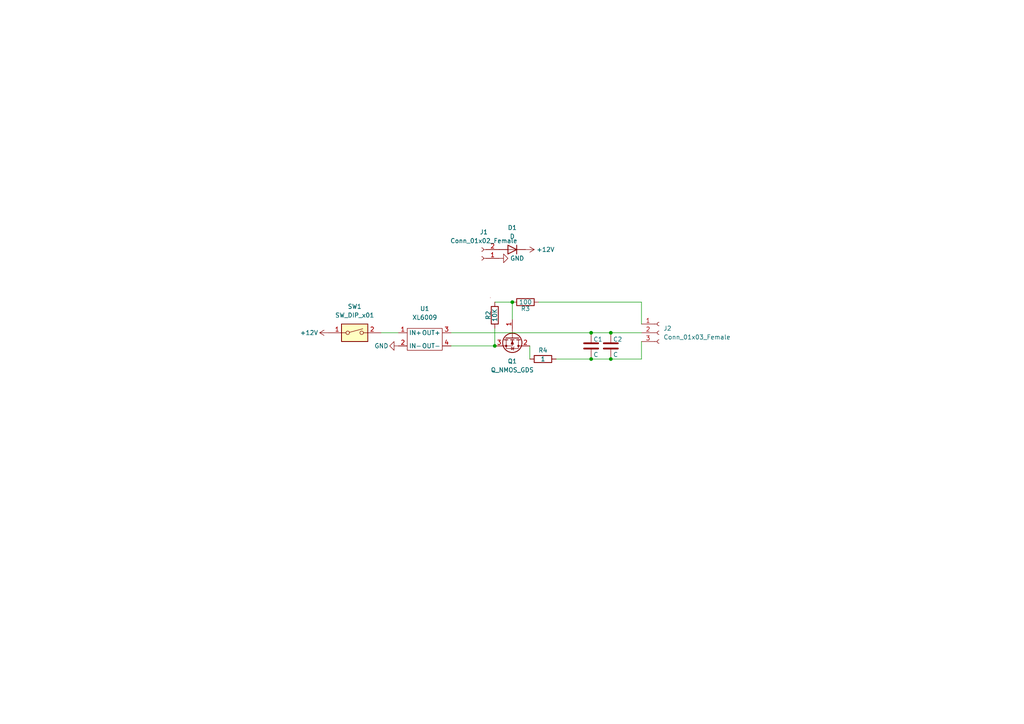
<source format=kicad_sch>
(kicad_sch (version 20211123) (generator eeschema)
  (paper "A4")
  (lib_symbols
    (symbol "Connector:Conn_01x02_Female" (pin_names (offset 1.016) hide)
      (property "Reference" "J" (at 0 2.54 0))
      (property "Value" "Conn_01x02_Female" (at 0 -5.08 0))
      (symbol "Conn_01x02_Female_1_1"
        (arc (start 0 -2.032) (mid -0.508 -2.54) (end 0 -3.048) (stroke (width 0.1524)))
        (polyline (pts (xy -1.27 -2.54) (xy -0.508 -2.54)) (stroke (width 0.1524)))
        (polyline (pts (xy -1.27 0) (xy -0.508 0)) (stroke (width 0.1524)))
        (arc (start 0 0.508) (mid -0.508 0) (end 0 -0.508) (stroke (width 0.1524)))
        (pin passive line (at -5.08 0 0) (length 3.81) (name "Pin_1") (number "1"))
        (pin passive line (at -5.08 -2.54 0) (length 3.81) (name "Pin_2") (number "2"))
      )
    )
    (symbol "Connector:Conn_01x03_Female" (pin_names (offset 1.016) hide)
      (property "Reference" "J" (at 0 5.08 0))
      (property "Value" "Conn_01x03_Female" (at 0 -5.08 0))
      (symbol "Conn_01x03_Female_1_1"
        (arc (start 0 -2.032) (mid -0.508 -2.54) (end 0 -3.048) (stroke (width 0.1524)))
        (polyline (pts (xy -1.27 -2.54) (xy -0.508 -2.54)) (stroke (width 0.1524)))
        (polyline (pts (xy -1.27 0) (xy -0.508 0)) (stroke (width 0.1524)))
        (polyline (pts (xy -1.27 2.54) (xy -0.508 2.54)) (stroke (width 0.1524)))
        (arc (start 0 0.508) (mid -0.508 0) (end 0 -0.508) (stroke (width 0.1524)))
        (arc (start 0 3.048) (mid -0.508 2.54) (end 0 2.032) (stroke (width 0.1524)))
        (pin passive line (at -5.08 2.54 0) (length 3.81) (name "Pin_1") (number "1"))
        (pin passive line (at -5.08 0 0) (length 3.81) (name "Pin_2") (number "2"))
        (pin passive line (at -5.08 -2.54 0) (length 3.81) (name "Pin_3") (number "3"))
      )
    )
    (symbol "Device:C" (pin_numbers hide) (pin_names (offset 0.254))
      (property "Reference" "C" (at 0.635 2.54 0))
      (property "Value" "C" (at 0.635 -2.54 0))
      (symbol "C_0_1"
        (polyline (pts (xy -2.032 -0.762) (xy 2.032 -0.762)) (stroke (width 0.508)))
        (polyline (pts (xy -2.032 0.762) (xy 2.032 0.762)) (stroke (width 0.508)))
      )
      (symbol "C_1_1"
        (pin passive line (at 0 3.81 270) (length 2.794) (name "~") (number "1"))
        (pin passive line (at 0 -3.81 90) (length 2.794) (name "~") (number "2"))
      )
    )
    (symbol "Device:D" (pin_numbers hide) (pin_names (offset 1.016) hide)
      (property "Reference" "D" (at 0 2.54 0))
      (property "Value" "D" (at 0 -2.54 0))
      (symbol "D_0_1"
        (polyline (pts (xy -1.27 1.27) (xy -1.27 -1.27)) (stroke (width 0.254)))
        (polyline (pts (xy 1.27 0) (xy -1.27 0)))
        (polyline (pts (xy 1.27 1.27) (xy 1.27 -1.27) (xy -1.27 0) (xy 1.27 1.27)) (stroke (width 0.254)))
      )
      (symbol "D_1_1"
        (pin passive line (at -3.81 0 0) (length 2.54) (name "K") (number "1"))
        (pin passive line (at 3.81 0 180) (length 2.54) (name "A") (number "2"))
      )
    )
    (symbol "Device:Q_NMOS_GDS" (pin_names (offset 0) hide)
      (property "Reference" "Q" (at 5.08 1.27 0))
      (property "Value" "Q_NMOS_GDS" (at 5.08 -1.27 0))
      (symbol "Q_NMOS_GDS_0_1"
        (polyline (pts (xy 0.254 0) (xy -2.54 0)))
        (polyline (pts (xy 0.254 1.905) (xy 0.254 -1.905)) (stroke (width 0.254)))
        (polyline (pts (xy 0.762 -1.27) (xy 0.762 -2.286)) (stroke (width 0.254)))
        (polyline (pts (xy 0.762 0.508) (xy 0.762 -0.508)) (stroke (width 0.254)))
        (polyline (pts (xy 0.762 2.286) (xy 0.762 1.27)) (stroke (width 0.254)))
        (polyline (pts (xy 2.54 2.54) (xy 2.54 1.778)))
        (polyline (pts (xy 2.54 -2.54) (xy 2.54 0) (xy 0.762 0)))
        (polyline (pts (xy 0.762 -1.778) (xy 3.302 -1.778) (xy 3.302 1.778) (xy 0.762 1.778)))
        (polyline (pts (xy 1.016 0) (xy 2.032 0.381) (xy 2.032 -0.381) (xy 1.016 0)) (fill (type outline)))
        (polyline (pts (xy 2.794 0.508) (xy 2.921 0.381) (xy 3.683 0.381) (xy 3.81 0.254)))
        (polyline (pts (xy 3.302 0.381) (xy 2.921 -0.254) (xy 3.683 -0.254) (xy 3.302 0.381)))
        (circle (center 1.651 0) (radius 2.794) (stroke (width 0.254)))
        (circle (center 2.54 -1.778) (radius 0.254) (fill (type outline)))
        (circle (center 2.54 1.778) (radius 0.254) (fill (type outline)))
      )
      (symbol "Q_NMOS_GDS_1_1"
        (pin input line (at -5.08 0 0) (length 2.54) (name "G") (number "1"))
        (pin passive line (at 2.54 5.08 270) (length 2.54) (name "D") (number "2"))
        (pin passive line (at 2.54 -5.08 90) (length 2.54) (name "S") (number "3"))
      )
    )
    (symbol "Device:R" (pin_numbers hide) (pin_names (offset 0))
      (property "Reference" "R" (at 2.032 0 90))
      (property "Value" "R" (at 0 0 90))
      (symbol "R_0_1"
        (rectangle (start -1.016 -2.54) (end 1.016 2.54) (stroke (width 0.254)))
      )
      (symbol "R_1_1"
        (pin passive line (at 0 3.81 270) (length 1.27) (name "~") (number "1"))
        (pin passive line (at 0 -3.81 90) (length 1.27) (name "~") (number "2"))
      )
    )
    (symbol "Switch:SW_DIP_x01" (pin_names (offset 0) hide)
      (property "Reference" "SW" (at 0 3.81 0))
      (property "Value" "SW_DIP_x01" (at 0 -3.81 0))
      (symbol "SW_DIP_x01_0_0"
        (circle (center -2.032 0) (radius 0.508))
        (polyline (pts (xy -1.524 0.127) (xy 2.3622 1.1684)))
        (circle (center 2.032 0) (radius 0.508))
      )
      (symbol "SW_DIP_x01_0_1"
        (rectangle (start -3.81 2.54) (end 3.81 -2.54) (stroke (width 0.254)) (fill (type background)))
      )
      (symbol "SW_DIP_x01_1_1"
        (pin passive line (at -7.62 0 0) (length 5.08) (name "~") (number "1"))
        (pin passive line (at 7.62 0 180) (length 5.08) (name "~") (number "2"))
      )
    )
    (symbol "XL6009:XL6009"
      (property "Reference" "U" (at 0 1.27 0))
      (property "Value" "XL6009" (at 0 -1.27 0))
      (symbol "XL6009_0_1"
        (rectangle (start -5.08 -2.54) (end 5.08 -8.89))
        (rectangle (start 19.05 6.35) (end 19.05 6.35))
      )
      (symbol "XL6009_1_1"
        (pin input line (at -7.62 -3.81 0) (length 2.54) (name "IN+") (number "1"))
        (pin input line (at -7.62 -7.62 0) (length 2.54) (name "IN-") (number "2"))
        (pin input line (at 7.62 -3.81 180) (length 2.54) (name "OUT+") (number "3"))
        (pin input line (at 7.62 -7.62 180) (length 2.54) (name "OUT-") (number "4"))
      )
    )
    (symbol "power:+12V" (power) (pin_names (offset 0))
      (property "Value" "+12V" (at 0 3.556 0))
      (symbol "+12V_0_1"
        (polyline (pts (xy -0.762 1.27) (xy 0 2.54)))
        (polyline (pts (xy 0 0) (xy 0 2.54)))
        (polyline (pts (xy 0 2.54) (xy 0.762 1.27)))
      )
      (symbol "+12V_1_1"
        (pin power_in line (at 0 0 90) (length 0) hide (name "+12V") (number "1"))
      )
    )
    (symbol "power:GND" (power) (pin_names (offset 0))
      (property "Value" "GND" (at 0 -3.81 0))
      (symbol "GND_0_1"
        (polyline (pts (xy 0 0) (xy 0 -1.27) (xy 1.27 -1.27) (xy 0 -2.54) (xy -1.27 -1.27) (xy 0 -1.27)))
      )
      (symbol "GND_1_1"
        (pin power_in line (at 0 0 270) (length 0) hide (name "GND") (number "1"))
      )
    )
  )
  (junction (at 143.51 100.33))
  (junction (at 171.45 104.14))
  (junction (at 148.59 87.63))
  (junction (at 177.165 104.14))
  (junction (at 177.165 96.52))
  (junction (at 171.45 96.52))
  (wire (pts (xy 186.055 93.98) (xy 186.055 87.63)))
  (wire (pts (xy 130.81 100.33) (xy 143.51 100.33)))
  (wire (pts (xy 143.51 87.63) (xy 148.59 87.63)))
  (wire (pts (xy 186.055 99.06) (xy 186.055 104.14)))
  (wire (pts (xy 148.59 87.63) (xy 148.59 92.71)))
  (wire (pts (xy 161.29 104.14) (xy 171.45 104.14)))
  (wire (pts (xy 177.165 96.52) (xy 186.055 96.52)))
  (wire (pts (xy 171.45 104.14) (xy 177.165 104.14)))
  (wire (pts (xy 186.055 104.14) (xy 177.165 104.14)))
  (wire (pts (xy 186.055 87.63) (xy 156.21 87.63)))
  (wire (pts (xy 110.49 96.52) (xy 115.57 96.52)))
  (wire (pts (xy 143.51 95.25) (xy 143.51 100.33)))
  (wire (pts (xy 171.45 96.52) (xy 177.165 96.52)))
  (wire (pts (xy 153.67 100.33) (xy 153.67 104.14)))
  (wire (pts (xy 130.81 96.52) (xy 171.45 96.52)))
  (symbol (lib_id "Connector:Conn_01x03_Female") (at 191.135 96.52 0) (unit 1)
    (property "Reference" "J2" (at 192.405 95.2499 0) (effects (justify left)))
    (property "Value" "Conn_01x03_Female" (at 192.405 97.7899 0) (effects (justify left)))
    (property "Footprint" "Connector_JST:JST_XH_B3B-XH-A_1x03_P2.50mm_Vertical" (effects hide))
  )
  (symbol (lib_id "Device:Q_NMOS_GDS") (at 148.59 97.79 270) (unit 1)
    (property "Reference" "Q1" (at 148.59 104.775 90))
    (property "Value" "Q_NMOS_GDS" (at 148.59 107.315 90))
    (property "Footprint" "Lib:K15A20D" (effects hide))
  )
  (symbol (lib_id "Connector:Conn_01x02_Female") (at 139.7 74.93 180) (unit 1)
    (property "Reference" "J1" (at 140.335 67.31 0))
    (property "Value" "Conn_01x02_Female" (at 140.335 69.85 0))
    (property "Footprint" "Connector_JST:JST_XH_B2B-XH-A_1x02_P2.50mm_Vertical" (effects hide))
  )
  (symbol (lib_id "Switch:SW_DIP_x01") (at 102.87 96.52 0) (unit 1)
    (property "Reference" "SW1" (at 102.87 88.9 0))
    (property "Value" "SW_DIP_x01" (at 102.87 91.44 0))
    (property "Footprint" "Lib:2MS1T2B4M2QES" (effects hide))
  )
  (symbol (lib_id "Device:D") (at 148.59 72.39 180) (unit 1)
    (property "Reference" "D1" (at 148.59 66.04 0))
    (property "Value" "D" (at 148.59 68.58 0))
    (property "Footprint" "Diode_THT:D_DO-15_P10.16mm_Horizontal" (effects hide))
  )
  (symbol (lib_id "Device:C") (at 171.45 100.33 0) (unit 1)
    (property "Reference" "C1" (at 172.085 98.425 0) (effects (justify left)))
    (property "Value" "C" (at 172.085 102.87 0) (effects (justify left)))
    (property "Footprint" "Capacitor_THT:C_Radial_D16.0mm_H31.5mm_P7.50mm" (effects hide))
  )
  (symbol (lib_id "Device:R") (at 143.51 91.44 180) (unit 1)
    (property "Reference" "R2" (at 141.605 91.44 90))
    (property "Value" "10K" (at 143.51 91.44 90))
    (property "Footprint" "Resistor_THT:R_Axial_DIN0204_L3.6mm_D1.6mm_P5.08mm_Horizontal" (effects hide))
  )
  (symbol (lib_id "power:GND") (at 115.57 100.33 270) (unit 1)
    (property "Reference" "#PWR02" (effects hide))
    (property "Value" "GND" (at 108.585 100.33 90) (effects (justify left)))
  )
  (symbol (lib_id "power:+12V") (at 152.4 72.39 270) (unit 1)
    (property "Reference" "#PWR04" (effects hide))
    (property "Value" "+12V" (at 155.575 72.3899 90) (effects (justify left)))
  )
  (symbol (lib_id "Device:C") (at 177.165 100.33 0) (unit 1)
    (property "Reference" "C2" (at 177.8 98.425 0) (effects (justify left)))
    (property "Value" "C" (at 177.8 102.87 0) (effects (justify left)))
    (property "Footprint" "Capacitor_THT:C_Radial_D16.0mm_H31.5mm_P7.50mm" (effects hide))
  )
  (symbol (lib_id "Device:R") (at 152.4 87.63 270) (unit 1)
    (property "Reference" "R3" (at 152.4 89.535 90))
    (property "Value" "100" (at 152.4 87.63 90))
    (property "Footprint" "Resistor_THT:R_Axial_DIN0204_L3.6mm_D1.6mm_P5.08mm_Horizontal" (effects hide))
  )
  (symbol (lib_id "XL6009:XL6009") (at 123.19 92.71 0) (unit 1)
    (property "Reference" "U1" (at 123.19 89.535 0))
    (property "Value" "XL6009" (at 123.19 92.075 0))
    (property "Footprint" "Lib:XL6009" (effects hide))
  )
  (symbol (lib_id "power:+12V") (at 95.25 96.52 90) (unit 1)
    (property "Reference" "#PWR01" (effects hide))
    (property "Value" "+12V" (at 86.995 96.52 90) (effects (justify right)))
  )
  (symbol (lib_id "Device:R") (at 157.48 104.14 270) (unit 1)
    (property "Reference" "R4" (at 157.48 101.6 90))
    (property "Value" "1" (at 157.48 104.14 90))
    (property "Footprint" "Lib:5W 1Ω sement" (effects hide))
  )
  (symbol (lib_id "power:GND") (at 144.78 74.93 90) (unit 1)
    (property "Reference" "#PWR03" (effects hide))
    (property "Value" "GND" (at 147.955 74.9299 90) (effects (justify right)))
  )
)
</source>
